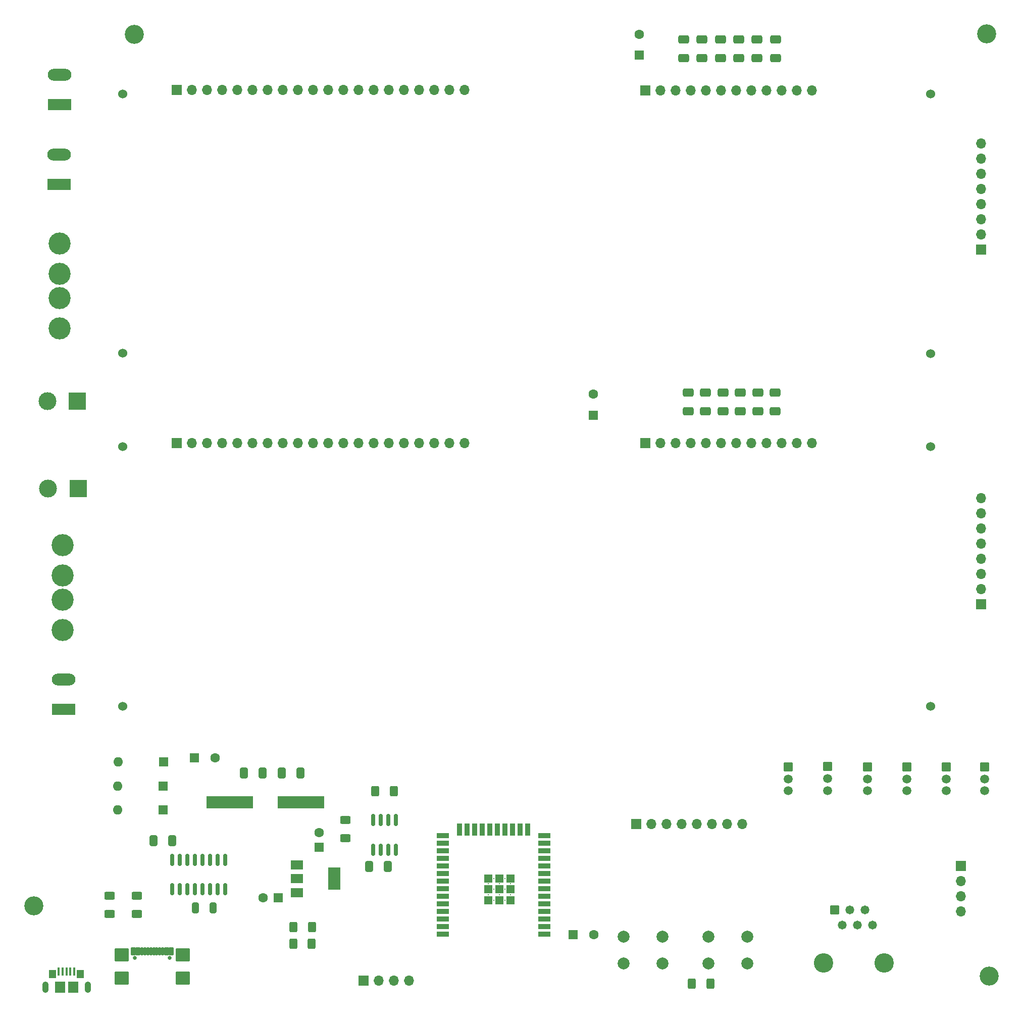
<source format=gbr>
%TF.GenerationSoftware,KiCad,Pcbnew,7.0.1*%
%TF.CreationDate,2024-06-25T12:01:31+02:00*%
%TF.ProjectId,ODRIVE_V1.0,4f445249-5645-45f5-9631-2e302e6b6963,rev?*%
%TF.SameCoordinates,Original*%
%TF.FileFunction,Soldermask,Top*%
%TF.FilePolarity,Negative*%
%FSLAX46Y46*%
G04 Gerber Fmt 4.6, Leading zero omitted, Abs format (unit mm)*
G04 Created by KiCad (PCBNEW 7.0.1) date 2024-06-25 12:01:31*
%MOMM*%
%LPD*%
G01*
G04 APERTURE LIST*
G04 Aperture macros list*
%AMRoundRect*
0 Rectangle with rounded corners*
0 $1 Rounding radius*
0 $2 $3 $4 $5 $6 $7 $8 $9 X,Y pos of 4 corners*
0 Add a 4 corners polygon primitive as box body*
4,1,4,$2,$3,$4,$5,$6,$7,$8,$9,$2,$3,0*
0 Add four circle primitives for the rounded corners*
1,1,$1+$1,$2,$3*
1,1,$1+$1,$4,$5*
1,1,$1+$1,$6,$7*
1,1,$1+$1,$8,$9*
0 Add four rect primitives between the rounded corners*
20,1,$1+$1,$2,$3,$4,$5,0*
20,1,$1+$1,$4,$5,$6,$7,0*
20,1,$1+$1,$6,$7,$8,$9,0*
20,1,$1+$1,$8,$9,$2,$3,0*%
G04 Aperture macros list end*
%ADD10R,3.000000X3.000000*%
%ADD11C,3.000000*%
%ADD12RoundRect,0.250000X0.650000X-0.412500X0.650000X0.412500X-0.650000X0.412500X-0.650000X-0.412500X0*%
%ADD13RoundRect,0.102000X0.654000X-0.654000X0.654000X0.654000X-0.654000X0.654000X-0.654000X-0.654000X0*%
%ADD14C,1.512000*%
%ADD15RoundRect,0.250000X0.625000X-0.400000X0.625000X0.400000X-0.625000X0.400000X-0.625000X-0.400000X0*%
%ADD16RoundRect,0.150000X0.150000X-0.825000X0.150000X0.825000X-0.150000X0.825000X-0.150000X-0.825000X0*%
%ADD17R,1.700000X1.700000*%
%ADD18O,1.700000X1.700000*%
%ADD19C,0.650000*%
%ADD20RoundRect,0.102000X-0.300000X-0.575000X0.300000X-0.575000X0.300000X0.575000X-0.300000X0.575000X0*%
%ADD21RoundRect,0.102000X-0.150000X-0.575000X0.150000X-0.575000X0.150000X0.575000X-0.150000X0.575000X0*%
%ADD22RoundRect,0.102000X-1.090000X-1.000000X1.090000X-1.000000X1.090000X1.000000X-1.090000X1.000000X0*%
%ADD23C,3.200000*%
%ADD24C,3.704000*%
%ADD25R,2.000000X1.500000*%
%ADD26R,2.000000X3.800000*%
%ADD27RoundRect,0.250000X-0.412500X-0.650000X0.412500X-0.650000X0.412500X0.650000X-0.412500X0.650000X0*%
%ADD28R,1.600000X1.600000*%
%ADD29C,1.600000*%
%ADD30R,3.960000X1.980000*%
%ADD31O,3.960000X1.980000*%
%ADD32C,1.524000*%
%ADD33RoundRect,0.250000X0.412500X0.650000X-0.412500X0.650000X-0.412500X-0.650000X0.412500X-0.650000X0*%
%ADD34O,1.600000X1.600000*%
%ADD35RoundRect,0.250000X-0.325000X-0.650000X0.325000X-0.650000X0.325000X0.650000X-0.325000X0.650000X0*%
%ADD36R,2.000000X0.900000*%
%ADD37R,0.900000X2.000000*%
%ADD38R,1.330000X1.330000*%
%ADD39C,0.300000*%
%ADD40C,3.250000*%
%ADD41RoundRect,0.102000X0.634000X-0.634000X0.634000X0.634000X-0.634000X0.634000X-0.634000X-0.634000X0*%
%ADD42C,1.472000*%
%ADD43RoundRect,0.250000X-0.400000X-0.625000X0.400000X-0.625000X0.400000X0.625000X-0.400000X0.625000X0*%
%ADD44C,2.000000*%
%ADD45RoundRect,0.250000X-0.625000X0.400000X-0.625000X-0.400000X0.625000X-0.400000X0.625000X0.400000X0*%
%ADD46RoundRect,0.250000X0.400000X0.625000X-0.400000X0.625000X-0.400000X-0.625000X0.400000X-0.625000X0*%
%ADD47R,0.400000X1.400000*%
%ADD48O,1.050000X1.900000*%
%ADD49R,1.150000X1.450000*%
%ADD50R,1.750000X1.900000*%
%ADD51R,7.875000X2.000000*%
G04 APERTURE END LIST*
D10*
%TO.C,J4*%
X20800000Y-95500000D03*
D11*
X15800000Y-95500000D03*
%TD*%
D12*
%TO.C,C9*%
X128500000Y-23375000D03*
X128500000Y-20250000D03*
%TD*%
D13*
%TO.C,J13*%
X139850000Y-142150000D03*
D14*
X139850000Y-144150000D03*
X139850000Y-146150000D03*
%TD*%
D12*
%TO.C,C1*%
X123108000Y-82525000D03*
X123108000Y-79400000D03*
%TD*%
D15*
%TO.C,R1*%
X65655000Y-154125000D03*
X65655000Y-151025000D03*
%TD*%
D16*
%TO.C,U7*%
X70300000Y-156000000D03*
X71570000Y-156000000D03*
X72840000Y-156000000D03*
X74110000Y-156000000D03*
X74110000Y-151050000D03*
X72840000Y-151050000D03*
X71570000Y-151050000D03*
X70300000Y-151050000D03*
%TD*%
D12*
%TO.C,C4*%
X131871000Y-82525000D03*
X131871000Y-79400000D03*
%TD*%
D13*
%TO.C,J14*%
X146525000Y-142100000D03*
D14*
X146525000Y-144100000D03*
X146525000Y-146100000D03*
%TD*%
D17*
%TO.C,J6*%
X172212000Y-55468000D03*
D18*
X172212000Y-52928000D03*
X172212000Y-50388000D03*
X172212000Y-47848000D03*
X172212000Y-45308000D03*
X172212000Y-42768000D03*
X172212000Y-40228000D03*
X172212000Y-37688000D03*
%TD*%
D19*
%TO.C,J7*%
X30360000Y-174137500D03*
X36140000Y-174137500D03*
D20*
X30050000Y-173062500D03*
X30850000Y-173062500D03*
D21*
X32000000Y-173062500D03*
X33000000Y-173062500D03*
X33500000Y-173062500D03*
X34500000Y-173062500D03*
D20*
X36450000Y-173062500D03*
X35650000Y-173062500D03*
D21*
X35000000Y-173062500D03*
X34000000Y-173062500D03*
X32500000Y-173062500D03*
X31500000Y-173062500D03*
D22*
X28140000Y-173637500D03*
X38360000Y-173637500D03*
X28140000Y-177567500D03*
X38360000Y-177567500D03*
%TD*%
D23*
%TO.C,H3*%
X13400000Y-165400000D03*
%TD*%
D24*
%TO.C,F2*%
X17700000Y-54450000D03*
X17700000Y-59530000D03*
X17700000Y-63590000D03*
X17700000Y-68670000D03*
%TD*%
D12*
%TO.C,C8*%
X125420000Y-23375000D03*
X125420000Y-20250000D03*
%TD*%
D25*
%TO.C,U2*%
X57500000Y-158600000D03*
X57500000Y-160900000D03*
D26*
X63800000Y-160900000D03*
D25*
X57500000Y-163200000D03*
%TD*%
D27*
%TO.C,C13*%
X48637500Y-143150000D03*
X51762500Y-143150000D03*
%TD*%
D23*
%TO.C,H4*%
X30200000Y-19350000D03*
%TD*%
D28*
%TO.C,C24*%
X61200000Y-155650000D03*
D29*
X61200000Y-153150000D03*
%TD*%
D13*
%TO.C,J15*%
X153200000Y-142150000D03*
D14*
X153200000Y-144150000D03*
X153200000Y-146150000D03*
%TD*%
D23*
%TO.C,H2*%
X173550000Y-177200000D03*
%TD*%
D17*
%TO.C,U5*%
X114430000Y-151700000D03*
D18*
X116970000Y-151700000D03*
X119510000Y-151700000D03*
X122050000Y-151700000D03*
X124590000Y-151700000D03*
X127130000Y-151700000D03*
X129670000Y-151700000D03*
X132210000Y-151700000D03*
%TD*%
D30*
%TO.C,J2*%
X17700000Y-31150000D03*
D31*
X17700000Y-26150000D03*
%TD*%
D32*
%TO.C,U3*%
X28265000Y-72845000D03*
X28285000Y-29345000D03*
X163765000Y-29345000D03*
X163775000Y-72855000D03*
D17*
X37385000Y-28735000D03*
D18*
X39925000Y-28735000D03*
X42465000Y-28735000D03*
X45005000Y-28735000D03*
X47545000Y-28735000D03*
X50085000Y-28735000D03*
X52625000Y-28735000D03*
X55165000Y-28735000D03*
X57705000Y-28735000D03*
X60245000Y-28735000D03*
X62785000Y-28735000D03*
X65325000Y-28735000D03*
X67865000Y-28735000D03*
X70405000Y-28735000D03*
X72945000Y-28735000D03*
X75485000Y-28735000D03*
X78025000Y-28735000D03*
X80565000Y-28735000D03*
X83105000Y-28735000D03*
X85645000Y-28735000D03*
D17*
X115900000Y-28750000D03*
D18*
X118440000Y-28750000D03*
X120980000Y-28750000D03*
X123520000Y-28750000D03*
X126060000Y-28750000D03*
X128600000Y-28750000D03*
X131140000Y-28750000D03*
X133680000Y-28750000D03*
X136220000Y-28750000D03*
X138760000Y-28750000D03*
X141300000Y-28750000D03*
X143840000Y-28750000D03*
%TD*%
D33*
%TO.C,C14*%
X36595000Y-154500000D03*
X33470000Y-154500000D03*
%TD*%
D28*
%TO.C,D3*%
X35110000Y-141300000D03*
D34*
X27490000Y-141300000D03*
%TD*%
D35*
%TO.C,C16*%
X40465000Y-165800000D03*
X43415000Y-165800000D03*
%TD*%
D36*
%TO.C,U4*%
X98965000Y-170160000D03*
X98965000Y-168890000D03*
X98965000Y-167620000D03*
X98965000Y-166350000D03*
X98965000Y-165080000D03*
X98965000Y-163810000D03*
X98965000Y-162540000D03*
X98965000Y-161270000D03*
X98965000Y-160000000D03*
X98965000Y-158730000D03*
X98965000Y-157460000D03*
X98965000Y-156190000D03*
X98965000Y-154920000D03*
X98965000Y-153650000D03*
D37*
X96180000Y-152650000D03*
X94910000Y-152650000D03*
X93640000Y-152650000D03*
X92370000Y-152650000D03*
X91100000Y-152650000D03*
X89830000Y-152650000D03*
X88560000Y-152650000D03*
X87290000Y-152650000D03*
X86020000Y-152650000D03*
X84750000Y-152650000D03*
D36*
X81965000Y-153650000D03*
X81965000Y-154920000D03*
X81965000Y-156190000D03*
X81965000Y-157460000D03*
X81965000Y-158730000D03*
X81965000Y-160000000D03*
X81965000Y-161270000D03*
X81965000Y-162540000D03*
X81965000Y-163810000D03*
X81965000Y-165080000D03*
X81965000Y-166350000D03*
X81965000Y-167620000D03*
X81965000Y-168890000D03*
X81965000Y-170160000D03*
D38*
X93300000Y-164495000D03*
X91465000Y-164495000D03*
X89630000Y-164495000D03*
X93300000Y-162660000D03*
X91465000Y-162660000D03*
X89630000Y-162660000D03*
X93300000Y-160825000D03*
X91465000Y-160825000D03*
X89630000Y-160825000D03*
D39*
X92382500Y-164495000D03*
X90547500Y-164495000D03*
X93300000Y-163577500D03*
X91465000Y-163577500D03*
X89630000Y-163577500D03*
X92382500Y-162660000D03*
X90547500Y-162660000D03*
X93300000Y-161742500D03*
X91465000Y-161742500D03*
X89630000Y-161742500D03*
X92382500Y-160825000D03*
X90547500Y-160825000D03*
%TD*%
D28*
%TO.C,C19*%
X40300000Y-140600000D03*
D29*
X43800000Y-140600000D03*
%TD*%
D28*
%TO.C,C18*%
X107200000Y-83200000D03*
D29*
X107200000Y-79700000D03*
%TD*%
D15*
%TO.C,R5*%
X26100000Y-166800000D03*
X26100000Y-163700000D03*
%TD*%
D12*
%TO.C,C3*%
X128950000Y-82525000D03*
X128950000Y-79400000D03*
%TD*%
D40*
%TO.C,J10*%
X145770000Y-175020000D03*
X155930000Y-175020000D03*
D41*
X147670000Y-166130000D03*
D42*
X148940000Y-168670000D03*
X150210000Y-166130000D03*
X151480000Y-168670000D03*
X152750000Y-166130000D03*
X154020000Y-168670000D03*
%TD*%
D12*
%TO.C,C6*%
X137713000Y-82525000D03*
X137713000Y-79400000D03*
%TD*%
D23*
%TO.C,H1*%
X173150000Y-19300000D03*
%TD*%
D28*
%TO.C,C21*%
X114918000Y-22843349D03*
D29*
X114918000Y-19343349D03*
%TD*%
D12*
%TO.C,C10*%
X131580000Y-23375000D03*
X131580000Y-20250000D03*
%TD*%
D28*
%TO.C,C23*%
X54350000Y-164100000D03*
D29*
X51850000Y-164100000D03*
%TD*%
D12*
%TO.C,C7*%
X122340000Y-23375000D03*
X122340000Y-20250000D03*
%TD*%
D43*
%TO.C,R3*%
X56890000Y-171750000D03*
X59990000Y-171750000D03*
%TD*%
D30*
%TO.C,J12*%
X18350000Y-132500000D03*
D31*
X18350000Y-127500000D03*
%TD*%
D12*
%TO.C,C11*%
X134660000Y-23375000D03*
X134660000Y-20250000D03*
%TD*%
D28*
%TO.C,D1*%
X35040000Y-149350000D03*
D34*
X27420000Y-149350000D03*
%TD*%
D33*
%TO.C,C15*%
X58112500Y-143150000D03*
X54987500Y-143150000D03*
%TD*%
D13*
%TO.C,J18*%
X166400000Y-142150000D03*
D14*
X166400000Y-144150000D03*
X166400000Y-146150000D03*
%TD*%
D44*
%TO.C,SW3*%
X132995000Y-175125000D03*
X126495000Y-175125000D03*
X132995000Y-170625000D03*
X126495000Y-170625000D03*
%TD*%
D33*
%TO.C,C22*%
X72721000Y-158846000D03*
X69596000Y-158846000D03*
%TD*%
D45*
%TO.C,R7*%
X30650000Y-163700000D03*
X30650000Y-166800000D03*
%TD*%
D46*
%TO.C,R6*%
X126800000Y-178500000D03*
X123700000Y-178500000D03*
%TD*%
D30*
%TO.C,J3*%
X17650000Y-44550000D03*
D31*
X17650000Y-39550000D03*
%TD*%
D12*
%TO.C,C2*%
X126029000Y-82525000D03*
X126029000Y-79400000D03*
%TD*%
D13*
%TO.C,J17*%
X172800000Y-142150000D03*
D14*
X172800000Y-144150000D03*
X172800000Y-146150000D03*
%TD*%
D44*
%TO.C,SW4*%
X112295000Y-170625000D03*
X118795000Y-170625000D03*
X112295000Y-175125000D03*
X118795000Y-175125000D03*
%TD*%
D24*
%TO.C,F1*%
X18250000Y-119190000D03*
X18250000Y-114110000D03*
X18250000Y-110050000D03*
X18250000Y-104970000D03*
%TD*%
D17*
%TO.C,J8*%
X68640000Y-177950000D03*
D18*
X71180000Y-177950000D03*
X73720000Y-177950000D03*
X76260000Y-177950000D03*
%TD*%
D32*
%TO.C,U6*%
X28265000Y-131995000D03*
X28285000Y-88495000D03*
X163765000Y-88495000D03*
X163775000Y-132005000D03*
D17*
X37385000Y-87885000D03*
D18*
X39925000Y-87885000D03*
X42465000Y-87885000D03*
X45005000Y-87885000D03*
X47545000Y-87885000D03*
X50085000Y-87885000D03*
X52625000Y-87885000D03*
X55165000Y-87885000D03*
X57705000Y-87885000D03*
X60245000Y-87885000D03*
X62785000Y-87885000D03*
X65325000Y-87885000D03*
X67865000Y-87885000D03*
X70405000Y-87885000D03*
X72945000Y-87885000D03*
X75485000Y-87885000D03*
X78025000Y-87885000D03*
X80565000Y-87885000D03*
X83105000Y-87885000D03*
X85645000Y-87885000D03*
D17*
X115900000Y-87900000D03*
D18*
X118440000Y-87900000D03*
X120980000Y-87900000D03*
X123520000Y-87900000D03*
X126060000Y-87900000D03*
X128600000Y-87900000D03*
X131140000Y-87900000D03*
X133680000Y-87900000D03*
X136220000Y-87900000D03*
X138760000Y-87900000D03*
X141300000Y-87900000D03*
X143840000Y-87900000D03*
%TD*%
D43*
%TO.C,R4*%
X56940000Y-169000000D03*
X60040000Y-169000000D03*
%TD*%
D28*
%TO.C,D2*%
X35060000Y-145350000D03*
D34*
X27440000Y-145350000D03*
%TD*%
D13*
%TO.C,J16*%
X159800000Y-142150000D03*
D14*
X159800000Y-144150000D03*
X159800000Y-146150000D03*
%TD*%
D47*
%TO.C,J1*%
X17575000Y-176400000D03*
X18225000Y-176400000D03*
X18875000Y-176400000D03*
X19525000Y-176400000D03*
X20175000Y-176400000D03*
D48*
X15300000Y-179050000D03*
D49*
X16555000Y-176820000D03*
D50*
X17750000Y-179050000D03*
X20000000Y-179050000D03*
D49*
X21195000Y-176820000D03*
D48*
X22450000Y-179050000D03*
%TD*%
D17*
%TO.C,J9*%
X168800000Y-158780000D03*
D18*
X168800000Y-161320000D03*
X168800000Y-163860000D03*
X168800000Y-166400000D03*
%TD*%
D10*
%TO.C,J19*%
X20700000Y-80850000D03*
D11*
X15700000Y-80850000D03*
%TD*%
D46*
%TO.C,R2*%
X73740000Y-146175000D03*
X70640000Y-146175000D03*
%TD*%
D12*
%TO.C,C12*%
X137740000Y-23375000D03*
X137740000Y-20250000D03*
%TD*%
D16*
%TO.C,U1*%
X36600000Y-162650000D03*
X37870000Y-162650000D03*
X39140000Y-162650000D03*
X40410000Y-162650000D03*
X41680000Y-162650000D03*
X42950000Y-162650000D03*
X44220000Y-162650000D03*
X45490000Y-162650000D03*
X45490000Y-157700000D03*
X44220000Y-157700000D03*
X42950000Y-157700000D03*
X41680000Y-157700000D03*
X40410000Y-157700000D03*
X39140000Y-157700000D03*
X37870000Y-157700000D03*
X36600000Y-157700000D03*
%TD*%
D51*
%TO.C,Y1*%
X46262500Y-148050000D03*
X58137500Y-148050000D03*
%TD*%
D28*
%TO.C,C17*%
X103797349Y-170250000D03*
D29*
X107297349Y-170250000D03*
%TD*%
D12*
%TO.C,C5*%
X134792000Y-82525000D03*
X134792000Y-79400000D03*
%TD*%
D17*
%TO.C,J5*%
X172212000Y-114904000D03*
D18*
X172212000Y-112364000D03*
X172212000Y-109824000D03*
X172212000Y-107284000D03*
X172212000Y-104744000D03*
X172212000Y-102204000D03*
X172212000Y-99664000D03*
X172212000Y-97124000D03*
%TD*%
M02*

</source>
